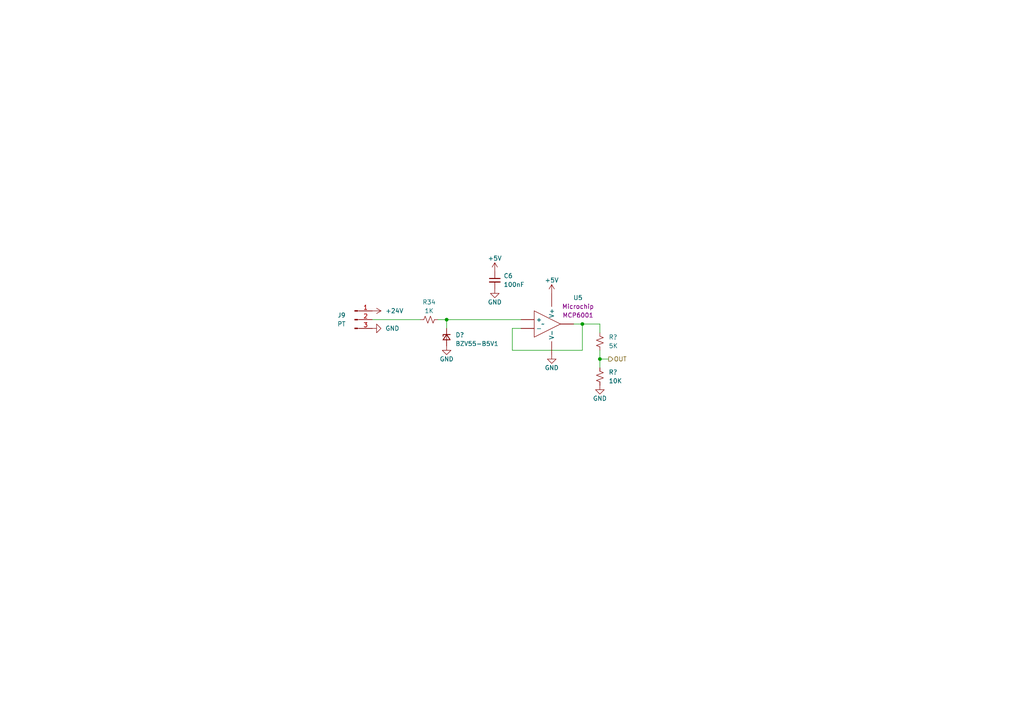
<source format=kicad_sch>
(kicad_sch (version 20230121) (generator eeschema)
  (paper "A4")
  (lib_symbols
    (symbol "Connector:Conn_01x03_Pin" (pin_names (offset 1.016) hide)
      (property "Reference" "J" (at 0 5.08 0))
      (property "Value" "Conn_01x03_Pin" (at 0 -5.08 0))
      (symbol "Conn_01x03_Pin_1_1"
        (polyline (pts (xy 1.27 -2.54) (xy 0.8636 -2.54)) (stroke (width 0.1524)))
        (polyline (pts (xy 1.27 0) (xy 0.8636 0)) (stroke (width 0.1524)))
        (polyline (pts (xy 1.27 2.54) (xy 0.8636 2.54)) (stroke (width 0.1524)))
        (rectangle (start 0.8636 -2.413) (end 0 -2.667) (stroke (width 0.1524)) (fill (type outline)))
        (rectangle (start 0.8636 0.127) (end 0 -0.127) (stroke (width 0.1524)) (fill (type outline)))
        (rectangle (start 0.8636 2.667) (end 0 2.413) (stroke (width 0.1524)) (fill (type outline)))
        (pin passive line (at 5.08 2.54 180) (length 3.81) (name "Pin_1") (number "1"))
        (pin passive line (at 5.08 0 180) (length 3.81) (name "Pin_2") (number "2"))
        (pin passive line (at 5.08 -2.54 180) (length 3.81) (name "Pin_3") (number "3"))
      )
    )
    (symbol "Device:C_Small" (pin_numbers hide) (pin_names (offset 0.254) hide)
      (property "Reference" "C" (at 0.254 1.778 0))
      (property "Value" "C_Small" (at 0.254 -2.032 0))
      (symbol "C_Small_0_1"
        (polyline (pts (xy -1.524 -0.508) (xy 1.524 -0.508)) (stroke (width 0.3302)))
        (polyline (pts (xy -1.524 0.508) (xy 1.524 0.508)) (stroke (width 0.3048)))
      )
      (symbol "C_Small_1_1"
        (pin passive line (at 0 2.54 270) (length 2.032) (name "~") (number "1"))
        (pin passive line (at 0 -2.54 90) (length 2.032) (name "~") (number "2"))
      )
    )
    (symbol "Device:R_Small_US" (pin_numbers hide) (pin_names (offset 0.254) hide)
      (property "Reference" "R" (at 0.762 0.508 0))
      (property "Value" "R_Small_US" (at 0.762 -1.016 0))
      (symbol "R_Small_US_1_1"
        (polyline (pts (xy 0 0) (xy 1.016 -0.381) (xy 0 -0.762) (xy -1.016 -1.143) (xy 0 -1.524)))
        (polyline (pts (xy 0 1.524) (xy 1.016 1.143) (xy 0 0.762) (xy -1.016 0.381) (xy 0 0)))
        (pin passive line (at 0 2.54 270) (length 1.016) (name "~") (number "1"))
        (pin passive line (at 0 -2.54 90) (length 1.016) (name "~") (number "2"))
      )
    )
    (symbol "UCIRP-KiCAD-Lib:D_Zener_Small" (pin_numbers hide) (pin_names (offset 0.254) hide)
      (property "Reference" "D" (at 0 2.286 0))
      (property "Value" "D_Zener_Small" (at 0 -2.286 0))
      (symbol "D_Zener_Small_0_1"
        (polyline (pts (xy 0.762 0) (xy -0.762 0)))
        (polyline (pts (xy -0.254 1.016) (xy -0.762 1.016) (xy -0.762 -1.016)) (stroke (width 0.254)))
        (polyline (pts (xy 0.762 1.016) (xy -0.762 0) (xy 0.762 -1.016) (xy 0.762 1.016)) (stroke (width 0.254)))
      )
      (symbol "D_Zener_Small_1_1"
        (pin passive line (at -2.54 0 0) (length 1.778) (name "K") (number "1"))
        (pin passive line (at 2.54 0 180) (length 1.778) (name "A") (number "2"))
      )
    )
    (symbol "UCIRP-KiCAD-Lib:MCP6001" (pin_numbers hide)
      (property "Reference" "U" (at 0 5.08 0))
      (property "Value" "~" (at 0 0 0))
      (property "Manufacturer" "Microchip" (at 0 0 0))
      (property "Part #" "MCP6001" (at 0 0 0))
      (symbol "MCP6001_0_1"
        (polyline (pts (xy -2.54 3.81) (xy -2.54 -3.81) (xy 5.08 0) (xy -2.54 3.81)) (stroke (width 0.1524)))
      )
      (symbol "MCP6001_1_1"
        (pin output line (at 8.89 0 180) (length 3.81) (name "") (number "1"))
        (pin power_in line (at 2.54 -8.89 90) (length 3.81) (name "V-") (number "2"))
        (pin input line (at -6.35 1.27 0) (length 3.81) (name "+") (number "3"))
        (pin input line (at -6.35 -1.27 0) (length 3.81) (name "-") (number "4"))
        (pin power_in line (at 2.54 8.89 270) (length 3.81) (name "V+") (number "5"))
      )
    )
    (symbol "power:+24V" (power) (pin_names (offset 0))
      (property "Value" "+24V" (at 0 3.556 0))
      (symbol "+24V_0_1"
        (polyline (pts (xy -0.762 1.27) (xy 0 2.54)))
        (polyline (pts (xy 0 0) (xy 0 2.54)))
        (polyline (pts (xy 0 2.54) (xy 0.762 1.27)))
      )
      (symbol "+24V_1_1"
        (pin power_in line (at 0 0 90) (length 0) hide (name "+24V") (number "1"))
      )
    )
    (symbol "power:+5V" (power) (pin_names (offset 0))
      (property "Value" "+5V" (at 0 3.556 0))
      (symbol "+5V_0_1"
        (polyline (pts (xy -0.762 1.27) (xy 0 2.54)))
        (polyline (pts (xy 0 0) (xy 0 2.54)))
        (polyline (pts (xy 0 2.54) (xy 0.762 1.27)))
      )
      (symbol "+5V_1_1"
        (pin power_in line (at 0 0 90) (length 0) hide (name "+5V") (number "1"))
      )
    )
    (symbol "power:GND" (power) (pin_names (offset 0))
      (property "Value" "GND" (at 0 -3.81 0))
      (symbol "GND_0_1"
        (polyline (pts (xy 0 0) (xy 0 -1.27) (xy 1.27 -1.27) (xy 0 -2.54) (xy -1.27 -1.27) (xy 0 -1.27)))
      )
      (symbol "GND_1_1"
        (pin power_in line (at 0 0 270) (length 0) hide (name "GND") (number "1"))
      )
    )
  )
  (junction (at 168.91 93.98))
  (junction (at 173.99 104.14))
  (junction (at 129.54 92.71))
  (wire (pts (xy 168.91 101.6) (xy 168.91 93.98)))
  (wire (pts (xy 148.59 101.6) (xy 168.91 101.6)))
  (wire (pts (xy 107.95 92.71) (xy 121.92 92.71)))
  (wire (pts (xy 173.99 93.98) (xy 173.99 96.52)))
  (wire (pts (xy 173.99 104.14) (xy 173.99 106.68)))
  (wire (pts (xy 168.91 93.98) (xy 166.37 93.98)))
  (wire (pts (xy 151.13 95.25) (xy 148.59 95.25)))
  (wire (pts (xy 173.99 104.14) (xy 176.53 104.14)))
  (wire (pts (xy 148.59 95.25) (xy 148.59 101.6)))
  (wire (pts (xy 168.91 93.98) (xy 173.99 93.98)))
  (wire (pts (xy 173.99 101.6) (xy 173.99 104.14)))
  (wire (pts (xy 129.54 92.71) (xy 129.54 95.25)))
  (wire (pts (xy 129.54 92.71) (xy 151.13 92.71)))
  (wire (pts (xy 127 92.71) (xy 129.54 92.71)))
  (hierarchical_label "OUT" (shape output) (at 176.53 104.14 0))
  (symbol (lib_id "power:+24V") (at 107.95 90.17 270) (unit 1)
    (property "Reference" "#PWR078" (effects hide))
    (property "Value" "+24V" (at 111.76 90.17 90) (effects (justify left)))
    (instances (project "rocket2-gse" (path "" (reference "#PWR078") (unit 1)) (path "" (reference "#PWR088") (unit 1)) (path "" (reference "#PWR098") (unit 1)) (path "" (reference "#PWR0108") (unit 1)) (path "" (reference "#PWR0118") (unit 1)) (path "" (reference "#PWR0128") (unit 1)) (path "" (reference "#PWR0138") (unit 1)) (path "" (reference "#PWR0148") (unit 1)) (path "" (reference "#PWR0158") (unit 1)) (path "" (reference "#PWR0167") (unit 1)) (path "" (reference "#PWR0175") (unit 1)) (path "" (reference "#PWR0183") (unit 1)) (path "" (reference "#PWR0191") (unit 1)) (path "" (reference "#PWR0199") (unit 1))))
  )
  (symbol (lib_id "UCIRP-KiCAD-Lib:D_Zener_Small") (at 129.54 97.79 90) (mirror x) (unit 1)
    (property "Reference" "D?" (at 132.08 97.155 90) (effects (justify right)))
    (property "Value" "BZV55-B5V1" (at 132.08 99.695 90) (effects (justify right)))
    (property "Footprint" "Diode_SMD:D_MiniMELF" (effects hide))
    (property "Datasheet" "https://assets.nexperia.com/documents/data-sheet/BZV55_SER.pdf" (effects hide))
    (property "Manufacturer" "Nexperia" (effects hide))
    (property "Part #" "BZV55-B5V1" (effects hide))
    (instances (project "ECU_2.0_Proto1" (path "" (reference "D?") (unit 1))) (project "rocket2-gse" (path "" (reference "D28") (unit 1)) (path "" (reference "D29") (unit 1)) (path "" (reference "D30") (unit 1)) (path "" (reference "D31") (unit 1)) (path "" (reference "D32") (unit 1))) (project "PT_reading" (path "" (reference "D?") (unit 1))) (project "rocket2-gse" (path "" (reference "D?") (unit 1))) (project "ECU_1.0_Final" (path "" (reference "D?") (unit 1))) (project "rocket2-gse-hardware" (path "" (reference "D35") (unit 1)) (path "" (reference "D36") (unit 1)) (path "" (reference "D34") (unit 1)) (path "" (reference "D33") (unit 1)) (path "" (reference "D32") (unit 1))))
  )
  (symbol (lib_id "Connector:Conn_01x03_Pin") (at 102.87 92.71 0) (unit 1)
    (property "Reference" "J9" (at 99.06 91.44 0))
    (property "Value" "PT" (at 99.06 93.98 0))
    (property "Footprint" "TerminalBlock:TerminalBlock_bornier-3_P5.08mm" (effects hide))
    (instances (project "rocket2-gse" (path "" (reference "J9") (unit 1)) (path "" (reference "J10") (unit 1)) (path "" (reference "J11") (unit 1)) (path "" (reference "J12") (unit 1)) (path "" (reference "J13") (unit 1)) (path "" (reference "J14") (unit 1)) (path "" (reference "J15") (unit 1)) (path "" (reference "J16") (unit 1)) (path "" (reference "J17") (unit 1)) (path "" (reference "J18") (unit 1)) (path "" (reference "J19") (unit 1)) (path "" (reference "J20") (unit 1)) (path "" (reference "J21") (unit 1)) (path "" (reference "J22") (unit 1))))
  )
  (symbol (lib_id "power:+5V") (at 160.02 85.09 0) (unit 1)
    (property "Reference" "#PWR042" (effects hide))
    (property "Value" "+5V" (at 160.02 81.28 0))
    (instances (project "rocket2-gse" (path "" (reference "#PWR042") (unit 1)) (path "" (reference "#PWR0170") (unit 1)) (path "" (reference "#PWR0180") (unit 1)) (path "" (reference "#PWR0188") (unit 1)) (path "" (reference "#PWR0196") (unit 1)) (path "" (reference "#PWR0204") (unit 1))))
  )
  (symbol (lib_id "Device:R_Small_US") (at 124.46 92.71 90) (unit 1)
    (property "Reference" "R34" (at 124.46 87.63 90))
    (property "Value" "1K" (at 124.46 90.17 90))
    (property "Footprint" "Resistor_SMD:R_0402_1005Metric" (effects hide))
    (property "Manufacturer" "Generic" (effects hide))
    (property "Part #" "Generic 1K 1% 0402 Resistor" (effects hide))
    (instances (project "rocket2-gse" (path "" (reference "R34") (unit 1)) (path "" (reference "R38") (unit 1)) (path "" (reference "R42") (unit 1)) (path "" (reference "R46") (unit 1)) (path "" (reference "R50") (unit 1)) (path "" (reference "R54") (unit 1)) (path "" (reference "R58") (unit 1)) (path "" (reference "R62") (unit 1)) (path "" (reference "R66") (unit 1)) (path "" (reference "R67") (unit 1)) (path "" (reference "R70") (unit 1)) (path "" (reference "R73") (unit 1)) (path "" (reference "R76") (unit 1)) (path "" (reference "R79") (unit 1))))
  )
  (symbol (lib_id "Device:R_Small_US") (at 173.99 109.22 180) (unit 1)
    (property "Reference" "R?" (at 176.53 107.95 0) (effects (justify right)))
    (property "Value" "10K" (at 176.53 110.49 0) (effects (justify right)))
    (property "Footprint" "Resistor_SMD:R_0402_1005Metric" (effects hide))
    (property "Manufacturer" "Generic" (effects hide))
    (property "Part #" "Generic 10K 1% 0402 Resistor" (effects hide))
    (instances (project "rocket2-gse" (path "" (reference "R?") (unit 1)) (path "" (reference "R9") (unit 1)) (path "" (reference "R69") (unit 1)) (path "" (reference "R72") (unit 1)) (path "" (reference "R75") (unit 1)) (path "" (reference "R78") (unit 1)) (path "" (reference "R81") (unit 1))))
  )
  (symbol (lib_id "power:GND") (at 129.54 100.33 0) (unit 1)
    (property "Reference" "#PWR057" (effects hide))
    (property "Value" "GND" (at 129.54 104.14 0))
    (instances (project "rocket2-gse" (path "" (reference "#PWR057") (unit 1)) (path "" (reference "#PWR0169") (unit 1)) (path "" (reference "#PWR0177") (unit 1)) (path "" (reference "#PWR0185") (unit 1)) (path "" (reference "#PWR0193") (unit 1)) (path "" (reference "#PWR0201") (unit 1))))
  )
  (symbol (lib_id "power:GND") (at 107.95 95.25 90) (unit 1)
    (property "Reference" "#PWR079" (effects hide))
    (property "Value" "GND" (at 111.76 95.25 90) (effects (justify right)))
    (instances (project "rocket2-gse" (path "" (reference "#PWR079") (unit 1)) (path "" (reference "#PWR089") (unit 1)) (path "" (reference "#PWR099") (unit 1)) (path "" (reference "#PWR0109") (unit 1)) (path "" (reference "#PWR0119") (unit 1)) (path "" (reference "#PWR0129") (unit 1)) (path "" (reference "#PWR0139") (unit 1)) (path "" (reference "#PWR0149") (unit 1)) (path "" (reference "#PWR0159") (unit 1)) (path "" (reference "#PWR0168") (unit 1)) (path "" (reference "#PWR0176") (unit 1)) (path "" (reference "#PWR0184") (unit 1)) (path "" (reference "#PWR0192") (unit 1)) (path "" (reference "#PWR0200") (unit 1))))
  )
  (symbol (lib_id "power:+5V") (at 143.51 78.74 0) (unit 1)
    (property "Reference" "#PWR042" (effects hide))
    (property "Value" "+5V" (at 143.51 74.93 0))
    (instances (project "rocket2-gse" (path "" (reference "#PWR042") (unit 1)) (path "" (reference "#PWR0172") (unit 1)) (path "" (reference "#PWR0178") (unit 1)) (path "" (reference "#PWR0186") (unit 1)) (path "" (reference "#PWR0194") (unit 1)) (path "" (reference "#PWR0202") (unit 1))))
  )
  (symbol (lib_id "power:GND") (at 173.99 111.76 0) (unit 1)
    (property "Reference" "#PWR039" (effects hide))
    (property "Value" "GND" (at 173.99 115.57 0))
    (instances (project "rocket2-gse" (path "" (reference "#PWR039") (unit 1)) (path "" (reference "#PWR0174") (unit 1)) (path "" (reference "#PWR0182") (unit 1)) (path "" (reference "#PWR0190") (unit 1)) (path "" (reference "#PWR0198") (unit 1)) (path "" (reference "#PWR0206") (unit 1))))
  )
  (symbol (lib_id "Device:C_Small") (at 143.51 81.28 0) (unit 1)
    (property "Reference" "C6" (at 146.05 80.01 0) (effects (justify left)))
    (property "Value" "100nF" (at 146.05 82.55 0) (effects (justify left)))
    (property "Footprint" "Capacitor_SMD:C_0402_1005Metric" (effects hide))
    (property "Manufacturer" "Generic" (effects hide))
    (property "Part #" "Generic 100nF 6.3V X7R 0402 MLCC" (effects hide))
    (instances (project "rocket2-gse" (path "" (reference "C6") (unit 1)) (path "" (reference "C18") (unit 1)) (path "" (reference "C19") (unit 1)) (path "" (reference "C20") (unit 1)) (path "" (reference "C21") (unit 1)) (path "" (reference "C22") (unit 1)) (path "" (reference "C23") (unit 1)) (path "" (reference "C24") (unit 1)) (path "" (reference "C25") (unit 1)) (path "" (reference "C26") (unit 1)) (path "" (reference "C27") (unit 1)) (path "" (reference "C28") (unit 1)) (path "" (reference "C29") (unit 1)) (path "" (reference "C30") (unit 1)) (path "" (reference "C31") (unit 1))))
  )
  (symbol (lib_id "power:GND") (at 143.51 83.82 0) (unit 1)
    (property "Reference" "#PWR014" (effects hide))
    (property "Value" "GND" (at 143.51 87.63 0))
    (instances (project "rocket2-gse" (path "" (reference "#PWR014") (unit 1)) (path "" (reference "#PWR086") (unit 1)) (path "" (reference "#PWR094") (unit 1)) (path "" (reference "#PWR0104") (unit 1)) (path "" (reference "#PWR0114") (unit 1)) (path "" (reference "#PWR0124") (unit 1)) (path "" (reference "#PWR0134") (unit 1)) (path "" (reference "#PWR0144") (unit 1)) (path "" (reference "#PWR0154") (unit 1)) (path "" (reference "#PWR0164") (unit 1)) (path "" (reference "#PWR0171") (unit 1)) (path "" (reference "#PWR0179") (unit 1)) (path "" (reference "#PWR0187") (unit 1)) (path "" (reference "#PWR0195") (unit 1)) (path "" (reference "#PWR0203") (unit 1))))
  )
  (symbol (lib_id "Device:R_Small_US") (at 173.99 99.06 180) (unit 1)
    (property "Reference" "R?" (at 176.53 97.79 0) (effects (justify right)))
    (property "Value" "5K" (at 176.53 100.33 0) (effects (justify right)))
    (property "Footprint" "Resistor_SMD:R_0402_1005Metric" (effects hide))
    (property "Manufacturer" "Generic" (effects hide))
    (property "Part #" "Generic 5K 1% 0402 Resistor" (effects hide))
    (instances (project "rocket2-gse" (path "" (reference "R?") (unit 1)) (path "" (reference "R8") (unit 1)) (path "" (reference "R68") (unit 1)) (path "" (reference "R71") (unit 1)) (path "" (reference "R74") (unit 1)) (path "" (reference "R77") (unit 1)) (path "" (reference "R80") (unit 1))))
  )
  (symbol (lib_id "UCIRP-KiCAD-Lib:MCP6001") (at 157.48 93.98 0) (unit 1)
    (property "Reference" "U5" (at 167.64 86.36 0))
    (property "Value" "~" (at 157.48 93.98 0))
    (property "Footprint" "Package_TO_SOT_SMD:SOT-23-5" (effects hide))
    (property "Datasheet" "https://ww1.microchip.com/downloads/en/DeviceDoc/MCP6001-1R-1U-2-4-1-MHz-Low-Power-Op-Amp-DS20001733L.pdf" (effects hide))
    (property "Manufacturer" "Microchip" (at 167.64 88.9 0))
    (property "Part #" "MCP6001" (at 167.64 91.44 0))
    (instances (project "rocket2-gse" (path "" (reference "U5") (unit 1)) (path "" (reference "U6") (unit 1)) (path "" (reference "U7") (unit 1)) (path "" (reference "U8") (unit 1)) (path "" (reference "U9") (unit 1)) (path "" (reference "U10") (unit 1)) (path "" (reference "U11") (unit 1)) (path "" (reference "U12") (unit 1)) (path "" (reference "U13") (unit 1)) (path "" (reference "U14") (unit 1)) (path "" (reference "U15") (unit 1)) (path "" (reference "U16") (unit 1)) (path "" (reference "U17") (unit 1)) (path "" (reference "U18") (unit 1))))
  )
  (symbol (lib_id "power:GND") (at 160.02 102.87 0) (unit 1)
    (property "Reference" "#PWR084" (effects hide))
    (property "Value" "GND" (at 160.02 106.68 0))
    (instances (project "rocket2-gse" (path "" (reference "#PWR084") (unit 1)) (path "" (reference "#PWR096") (unit 1)) (path "" (reference "#PWR0106") (unit 1)) (path "" (reference "#PWR0116") (unit 1)) (path "" (reference "#PWR0126") (unit 1)) (path "" (reference "#PWR0136") (unit 1)) (path "" (reference "#PWR0146") (unit 1)) (path "" (reference "#PWR0156") (unit 1)) (path "" (reference "#PWR0166") (unit 1)) (path "" (reference "#PWR0173") (unit 1)) (path "" (reference "#PWR0181") (unit 1)) (path "" (reference "#PWR0189") (unit 1)) (path "" (reference "#PWR0197") (unit 1)) (path "" (reference "#PWR0205") (unit 1))))
  )
)
</source>
